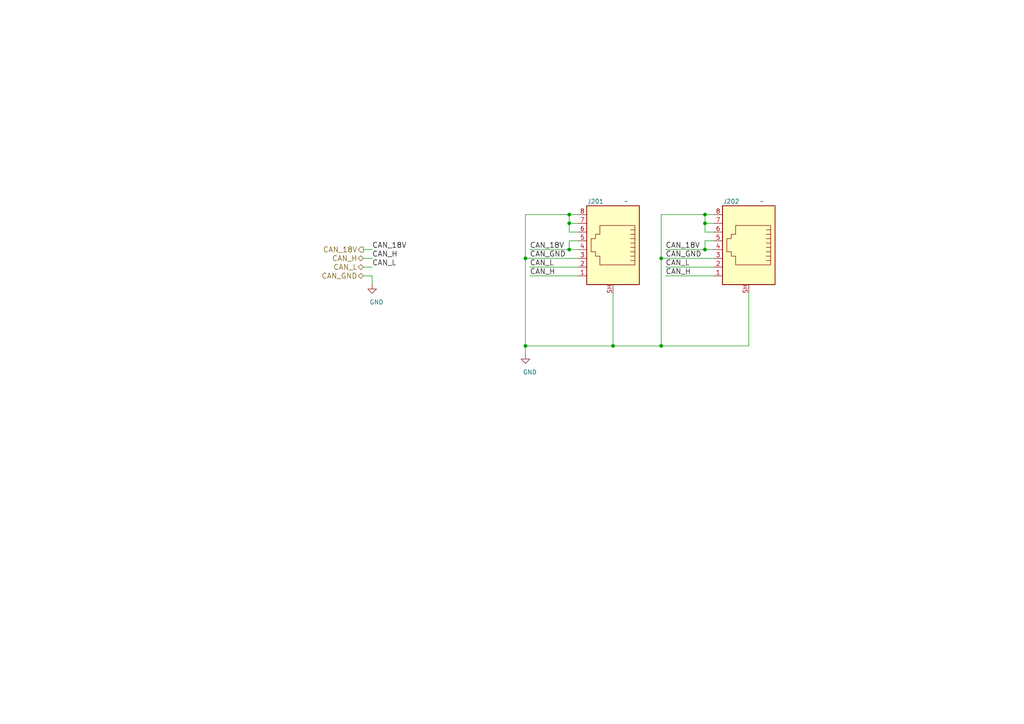
<source format=kicad_sch>
(kicad_sch (version 20211123) (generator eeschema)
  (paper "A4")
  (lib_symbols
    (symbol "Connector:RJ45_Shielded" (pin_names (offset 1.016))
      (property "Reference" "J" (at -5.08 13.97 0))
      (property "Value" "RJ45_Shielded" (at 2.54 13.97 0))
      (symbol "RJ45_Shielded_0_1"
        (polyline (pts (xy -5.08 4.445) (xy -6.35 4.445)))
        (polyline (pts (xy -5.08 5.715) (xy -6.35 5.715)))
        (polyline (pts (xy -6.35 -3.175) (xy -5.08 -3.175) (xy -5.08 -3.175)))
        (polyline (pts (xy -6.35 -1.905) (xy -5.08 -1.905) (xy -5.08 -1.905)))
        (polyline (pts (xy -6.35 -0.635) (xy -5.08 -0.635) (xy -5.08 -0.635)))
        (polyline (pts (xy -6.35 0.635) (xy -5.08 0.635) (xy -5.08 0.635)))
        (polyline (pts (xy -6.35 1.905) (xy -5.08 1.905) (xy -5.08 1.905)))
        (polyline (pts (xy -5.08 3.175) (xy -6.35 3.175) (xy -6.35 3.175)))
        (polyline (pts (xy -6.35 -4.445) (xy -6.35 6.985) (xy 3.81 6.985) (xy 3.81 4.445) (xy 5.08 4.445) (xy 5.08 3.175) (xy 6.35 3.175) (xy 6.35 -0.635) (xy 5.08 -0.635) (xy 5.08 -1.905) (xy 3.81 -1.905) (xy 3.81 -4.445) (xy -6.35 -4.445) (xy -6.35 -4.445)))
        (rectangle (start 7.62 12.7) (end -7.62 -10.16) (stroke (width 0.254)) (fill (type background)))
      )
      (symbol "RJ45_Shielded_1_1"
        (pin passive line (at 10.16 -7.62 180) (length 2.54) (name "~") (number "1"))
        (pin passive line (at 10.16 -5.08 180) (length 2.54) (name "~") (number "2"))
        (pin passive line (at 10.16 -2.54 180) (length 2.54) (name "~") (number "3"))
        (pin passive line (at 10.16 0 180) (length 2.54) (name "~") (number "4"))
        (pin passive line (at 10.16 2.54 180) (length 2.54) (name "~") (number "5"))
        (pin passive line (at 10.16 5.08 180) (length 2.54) (name "~") (number "6"))
        (pin passive line (at 10.16 7.62 180) (length 2.54) (name "~") (number "7"))
        (pin passive line (at 10.16 10.16 180) (length 2.54) (name "~") (number "8"))
        (pin passive line (at 0 -12.7 90) (length 2.54) (name "~") (number "SH"))
      )
    )
    (symbol "power:GND" (power) (pin_names (offset 0))
      (property "Value" "GND" (at 0 -3.81 0))
      (symbol "GND_0_1"
        (polyline (pts (xy 0 0) (xy 0 -1.27) (xy 1.27 -1.27) (xy 0 -2.54) (xy -1.27 -1.27) (xy 0 -1.27)))
      )
      (symbol "GND_1_1"
        (pin power_in line (at 0 0 270) (length 0) hide (name "GND") (number "1"))
      )
    )
  )
  (junction (at 191.77 100.33))
  (junction (at 165.1 72.39))
  (junction (at 177.8 100.33))
  (junction (at 152.4 100.33))
  (junction (at 204.47 62.23))
  (junction (at 204.47 64.77))
  (junction (at 191.77 74.93))
  (junction (at 204.47 72.39))
  (junction (at 165.1 62.23))
  (junction (at 165.1 64.77))
  (junction (at 152.4 74.93))
  (wire (pts (xy 165.1 72.39) (xy 167.64 72.39)))
  (wire (pts (xy 165.1 64.77) (xy 165.1 62.23)))
  (wire (pts (xy 152.4 100.33) (xy 152.4 102.87)))
  (wire (pts (xy 107.95 77.47) (xy 105.41 77.47)))
  (wire (pts (xy 167.64 67.31) (xy 165.1 67.31)))
  (wire (pts (xy 152.4 74.93) (xy 152.4 100.33)))
  (wire (pts (xy 207.01 62.23) (xy 204.47 62.23)))
  (wire (pts (xy 167.64 62.23) (xy 165.1 62.23)))
  (wire (pts (xy 193.04 72.39) (xy 204.47 72.39)))
  (wire (pts (xy 105.41 80.01) (xy 107.95 80.01)))
  (wire (pts (xy 153.67 72.39) (xy 165.1 72.39)))
  (wire (pts (xy 207.01 69.85) (xy 204.47 69.85)))
  (wire (pts (xy 207.01 67.31) (xy 204.47 67.31)))
  (wire (pts (xy 107.95 80.01) (xy 107.95 82.55)))
  (wire (pts (xy 167.64 80.01) (xy 153.67 80.01)))
  (wire (pts (xy 207.01 64.77) (xy 204.47 64.77)))
  (wire (pts (xy 217.17 100.33) (xy 217.17 85.09)))
  (wire (pts (xy 105.41 72.39) (xy 107.95 72.39)))
  (wire (pts (xy 207.01 80.01) (xy 193.04 80.01)))
  (wire (pts (xy 204.47 64.77) (xy 204.47 62.23)))
  (wire (pts (xy 191.77 74.93) (xy 207.01 74.93)))
  (wire (pts (xy 167.64 64.77) (xy 165.1 64.77)))
  (wire (pts (xy 152.4 100.33) (xy 177.8 100.33)))
  (wire (pts (xy 204.47 67.31) (xy 204.47 64.77)))
  (wire (pts (xy 204.47 62.23) (xy 191.77 62.23)))
  (wire (pts (xy 193.04 77.47) (xy 207.01 77.47)))
  (wire (pts (xy 191.77 100.33) (xy 217.17 100.33)))
  (wire (pts (xy 204.47 72.39) (xy 207.01 72.39)))
  (wire (pts (xy 165.1 62.23) (xy 152.4 62.23)))
  (wire (pts (xy 177.8 100.33) (xy 191.77 100.33)))
  (wire (pts (xy 153.67 77.47) (xy 167.64 77.47)))
  (wire (pts (xy 167.64 69.85) (xy 165.1 69.85)))
  (wire (pts (xy 105.41 74.93) (xy 107.95 74.93)))
  (wire (pts (xy 177.8 100.33) (xy 177.8 85.09)))
  (wire (pts (xy 191.77 74.93) (xy 191.77 100.33)))
  (wire (pts (xy 165.1 69.85) (xy 165.1 72.39)))
  (wire (pts (xy 204.47 69.85) (xy 204.47 72.39)))
  (wire (pts (xy 165.1 67.31) (xy 165.1 64.77)))
  (wire (pts (xy 191.77 62.23) (xy 191.77 74.93)))
  (wire (pts (xy 152.4 62.23) (xy 152.4 74.93)))
  (wire (pts (xy 152.4 74.93) (xy 167.64 74.93)))
  (label "CAN_H" (at 153.67 80.01 0) (effects (font (size 1.524 1.524))))
  (label "CAN_GND" (at 193.04 74.93 0) (effects (font (size 1.524 1.524))))
  (label "CAN_H" (at 193.04 80.01 0) (effects (font (size 1.524 1.524))))
  (label "CAN_GND" (at 153.67 74.93 0) (effects (font (size 1.524 1.524))))
  (label "CAN_18V" (at 193.04 72.39 0) (effects (font (size 1.524 1.524))))
  (label "CAN_L" (at 193.04 77.47 0) (effects (font (size 1.524 1.524))))
  (label "CAN_18V" (at 153.67 72.39 0) (effects (font (size 1.524 1.524))))
  (label "CAN_18V" (at 107.95 72.39 0) (effects (font (size 1.524 1.524))))
  (label "CAN_H" (at 107.95 74.93 0) (effects (font (size 1.524 1.524))))
  (label "CAN_L" (at 107.95 77.47 0) (effects (font (size 1.524 1.524))))
  (label "CAN_L" (at 153.67 77.47 0) (effects (font (size 1.524 1.524))))
  (hierarchical_label "CAN_18V" (shape output) (at 105.41 72.39 180) (effects (font (size 1.524 1.524))))
  (hierarchical_label "CAN_H" (shape bidirectional) (at 105.41 74.93 180) (effects (font (size 1.524 1.524))))
  (hierarchical_label "CAN_GND" (shape bidirectional) (at 105.41 80.01 180) (effects (font (size 1.524 1.524))))
  (hierarchical_label "CAN_L" (shape bidirectional) (at 105.41 77.47 180) (effects (font (size 1.524 1.524))))
  (symbol (lib_id "power:GND") (at 152.4 102.87 0) (unit 1)
    (property "Reference" "#PWR0205" (effects hide))
    (property "Value" "~" (at 153.67 107.95 0))
  )
  (symbol (lib_id "Connector:RJ45_Shielded") (at 177.8 72.39 0) (mirror y) (unit 1)
    (property "Reference" "J201" (at 172.72 58.42 0))
    (property "Value" "~" (at 181.61 58.42 0))
    (property "Footprint" "KicadZeniteSolarLibrary18:RJ45_YH59_01" (effects hide))
  )
  (symbol (lib_id "power:GND") (at 107.95 82.55 0) (unit 1)
    (property "Reference" "#PWR0204" (effects hide))
    (property "Value" "~" (at 109.22 87.63 0))
  )
  (symbol (lib_id "Connector:RJ45_Shielded") (at 217.17 72.39 0) (mirror y) (unit 1)
    (property "Reference" "J202" (at 212.09 58.42 0))
    (property "Value" "~" (at 220.98 58.42 0))
    (property "Footprint" "KicadZeniteSolarLibrary18:RJ45_YH59_01" (effects hide))
  )
)
</source>
